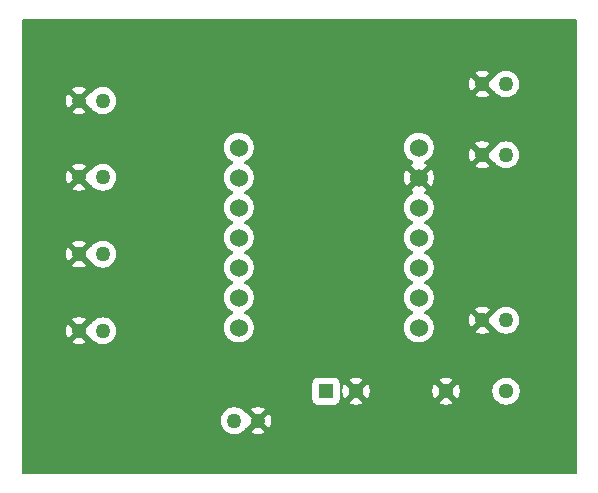
<source format=gbl>
%TF.GenerationSoftware,KiCad,Pcbnew,9.0.0*%
%TF.CreationDate,2025-09-04T17:25:07-04:00*%
%TF.ProjectId,OlfactoryDisplay,4f6c6661-6374-46f7-9279-446973706c61,rev?*%
%TF.SameCoordinates,Original*%
%TF.FileFunction,Copper,L2,Bot*%
%TF.FilePolarity,Positive*%
%FSLAX46Y46*%
G04 Gerber Fmt 4.6, Leading zero omitted, Abs format (unit mm)*
G04 Created by KiCad (PCBNEW 9.0.0) date 2025-09-04 17:25:07*
%MOMM*%
%LPD*%
G01*
G04 APERTURE LIST*
%TA.AperFunction,ComponentPad*%
%ADD10C,1.270000*%
%TD*%
%TA.AperFunction,ComponentPad*%
%ADD11C,1.524000*%
%TD*%
%TA.AperFunction,ComponentPad*%
%ADD12R,1.288000X1.288000*%
%TD*%
%TA.AperFunction,ComponentPad*%
%ADD13C,1.288000*%
%TD*%
G04 APERTURE END LIST*
D10*
%TO.P,J3,1,1*%
%TO.N,Atomizer 3 Out*%
X84850002Y-69901700D03*
%TO.P,J3,2,2*%
%TO.N,GND*%
X82850001Y-69901700D03*
%TD*%
%TO.P,J2,1,1*%
%TO.N,Atomizer 2 Out*%
X84850001Y-63401700D03*
%TO.P,J2,2,2*%
%TO.N,GND*%
X82850000Y-63401700D03*
%TD*%
D11*
%TO.P,U7,1,PA02_A0_D0*%
%TO.N,unconnected-(U7-PA02_A0_D0-Pad1)*%
X96380000Y-60880000D03*
%TO.P,U7,2,PA4_A1_D1*%
%TO.N,Net-(U3-G)*%
X96380000Y-63420000D03*
%TO.P,U7,3,PA10_A2_D2*%
%TO.N,Net-(U4-G)*%
X96380000Y-65960000D03*
%TO.P,U7,4,PA11_A3_D3*%
%TO.N,Net-(U5-G)*%
X96380000Y-68500000D03*
%TO.P,U7,5,PA8_A4_D4_SDA*%
%TO.N,Net-(U6-G)*%
X96380000Y-71040000D03*
%TO.P,U7,6,PA9_A5_D5_SCL*%
%TO.N,unconnected-(U7-PA9_A5_D5_SCL-Pad6)*%
X96380000Y-73580000D03*
%TO.P,U7,7,PB08_A6_D6_TX*%
%TO.N,unconnected-(U7-PB08_A6_D6_TX-Pad7)*%
X96380000Y-76120000D03*
%TO.P,U7,8,PB09_A7_D7_RX*%
%TO.N,unconnected-(U7-PB09_A7_D7_RX-Pad8)*%
X111620000Y-76120000D03*
%TO.P,U7,9,PA7_A8_D8_SCK*%
%TO.N,unconnected-(U7-PA7_A8_D8_SCK-Pad9)*%
X111620000Y-73580000D03*
%TO.P,U7,10,PA5_A9_D9_MISO*%
%TO.N,Net-(U1-G)*%
X111620000Y-71040000D03*
%TO.P,U7,11,PA6_A10_D10_MOSI*%
%TO.N,Net-(U2-G)*%
X111620000Y-68500000D03*
%TO.P,U7,12,3V3*%
%TO.N,unconnected-(U7-3V3-Pad12)*%
X111620000Y-65960000D03*
%TO.P,U7,13,GND*%
%TO.N,GND*%
X111620000Y-63420000D03*
%TO.P,U7,14,5V*%
%TO.N,Battery 2 In*%
X111620000Y-60880000D03*
%TD*%
D10*
%TO.P,J9,1,1*%
%TO.N,5V Fan Out*%
X119000000Y-61500000D03*
%TO.P,J9,2,2*%
%TO.N,GND*%
X116999999Y-61500000D03*
%TD*%
D12*
%TO.P,PS1,1,+VIN*%
%TO.N,Battery 2 In*%
X103760000Y-81500000D03*
D13*
%TO.P,PS1,2,-VIN*%
%TO.N,GND*%
X106300000Y-81500000D03*
%TO.P,PS1,5,-VOUT*%
X113920000Y-81500000D03*
%TO.P,PS1,7,+VOUT*%
%TO.N,Converter Out*%
X119000000Y-81500000D03*
%TD*%
D10*
%TO.P,J6,1,1*%
%TO.N,Battery 2 In*%
X119000000Y-55500000D03*
%TO.P,J6,2,2*%
%TO.N,GND*%
X116999999Y-55500000D03*
%TD*%
%TO.P,J4,1,1*%
%TO.N,Atomizer 4 Out*%
X84850001Y-76401700D03*
%TO.P,J4,2,2*%
%TO.N,GND*%
X82850000Y-76401700D03*
%TD*%
%TO.P,J1,1,1*%
%TO.N,Atomizer 1 Out*%
X84850001Y-56901700D03*
%TO.P,J1,2,2*%
%TO.N,GND*%
X82850000Y-56901700D03*
%TD*%
%TO.P,J7,1,1*%
%TO.N,Battery 1 In*%
X95999999Y-84000000D03*
%TO.P,J7,2,2*%
%TO.N,GND*%
X98000000Y-84000000D03*
%TD*%
%TO.P,J5,1,1*%
%TO.N,12V Fan Out*%
X119000001Y-75499999D03*
%TO.P,J5,2,2*%
%TO.N,GND*%
X117000000Y-75499999D03*
%TD*%
%TA.AperFunction,Conductor*%
%TO.N,GND*%
G36*
X124942539Y-50020185D02*
G01*
X124988294Y-50072989D01*
X124999500Y-50124500D01*
X124999500Y-88375500D01*
X124979815Y-88442539D01*
X124927011Y-88488294D01*
X124875500Y-88499500D01*
X78124500Y-88499500D01*
X78057461Y-88479815D01*
X78011706Y-88427011D01*
X78000500Y-88375500D01*
X78000500Y-83910634D01*
X94864499Y-83910634D01*
X94864499Y-84089365D01*
X94892459Y-84265898D01*
X94892459Y-84265901D01*
X94947688Y-84435878D01*
X94947690Y-84435881D01*
X95028832Y-84595132D01*
X95133888Y-84739728D01*
X95260271Y-84866111D01*
X95404867Y-84971167D01*
X95564118Y-85052309D01*
X95564120Y-85052310D01*
X95722669Y-85103825D01*
X95734102Y-85107540D01*
X95910633Y-85135500D01*
X95910634Y-85135500D01*
X96089364Y-85135500D01*
X96089365Y-85135500D01*
X96265896Y-85107540D01*
X96265899Y-85107539D01*
X96265900Y-85107539D01*
X96435877Y-85052310D01*
X96435877Y-85052309D01*
X96435880Y-85052309D01*
X96595131Y-84971167D01*
X96739727Y-84866111D01*
X96866110Y-84739728D01*
X96928420Y-84653965D01*
X96931898Y-84649952D01*
X96956998Y-84633819D01*
X96980626Y-84615600D01*
X96986749Y-84614697D01*
X96990674Y-84612175D01*
X97003861Y-84612174D01*
X97035344Y-84607533D01*
X97038652Y-84607793D01*
X97619000Y-84027445D01*
X97619000Y-84050160D01*
X97644964Y-84147061D01*
X97695124Y-84233940D01*
X97766060Y-84304876D01*
X97852939Y-84355036D01*
X97949840Y-84381000D01*
X97972554Y-84381000D01*
X97392205Y-84961347D01*
X97392205Y-84961348D01*
X97405129Y-84970738D01*
X97564306Y-85051844D01*
X97734219Y-85107053D01*
X97910669Y-85135000D01*
X98089331Y-85135000D01*
X98265780Y-85107053D01*
X98435693Y-85051844D01*
X98594867Y-84970739D01*
X98594872Y-84970737D01*
X98607794Y-84961347D01*
X98027447Y-84381000D01*
X98050160Y-84381000D01*
X98147061Y-84355036D01*
X98233940Y-84304876D01*
X98304876Y-84233940D01*
X98355036Y-84147061D01*
X98381000Y-84050160D01*
X98381000Y-84027446D01*
X98961347Y-84607794D01*
X98970737Y-84594872D01*
X98970739Y-84594867D01*
X99051844Y-84435693D01*
X99107053Y-84265780D01*
X99135000Y-84089331D01*
X99135000Y-83910668D01*
X99107053Y-83734219D01*
X99051844Y-83564306D01*
X98970738Y-83405129D01*
X98961347Y-83392205D01*
X98381000Y-83972552D01*
X98381000Y-83949840D01*
X98355036Y-83852939D01*
X98304876Y-83766060D01*
X98233940Y-83695124D01*
X98147061Y-83644964D01*
X98050160Y-83619000D01*
X98027447Y-83619000D01*
X98607794Y-83038652D01*
X98607793Y-83038651D01*
X98594869Y-83029260D01*
X98435693Y-82948155D01*
X98265780Y-82892946D01*
X98089331Y-82865000D01*
X97910669Y-82865000D01*
X97734219Y-82892946D01*
X97564306Y-82948155D01*
X97405127Y-83029262D01*
X97392205Y-83038651D01*
X97392204Y-83038651D01*
X97972554Y-83619000D01*
X97949840Y-83619000D01*
X97852939Y-83644964D01*
X97766060Y-83695124D01*
X97695124Y-83766060D01*
X97644964Y-83852939D01*
X97619000Y-83949840D01*
X97619000Y-83972553D01*
X97038651Y-83392204D01*
X97035343Y-83392465D01*
X97030426Y-83391432D01*
X97025608Y-83392847D01*
X96996574Y-83384320D01*
X96966966Y-83378101D01*
X96962077Y-83374190D01*
X96958569Y-83373160D01*
X96946274Y-83361547D01*
X96931897Y-83350046D01*
X96928417Y-83346029D01*
X96866110Y-83260272D01*
X96739727Y-83133889D01*
X96595131Y-83028833D01*
X96435880Y-82947691D01*
X96435877Y-82947689D01*
X96265898Y-82892460D01*
X96148208Y-82873820D01*
X96089365Y-82864500D01*
X95910633Y-82864500D01*
X95851789Y-82873820D01*
X95734100Y-82892460D01*
X95734097Y-82892460D01*
X95564120Y-82947689D01*
X95564117Y-82947691D01*
X95404866Y-83028833D01*
X95260269Y-83133890D01*
X95133889Y-83260270D01*
X95028832Y-83404867D01*
X94947690Y-83564118D01*
X94947688Y-83564121D01*
X94892459Y-83734098D01*
X94892459Y-83734101D01*
X94864499Y-83910634D01*
X78000500Y-83910634D01*
X78000500Y-80808135D01*
X102615500Y-80808135D01*
X102615500Y-82191870D01*
X102615501Y-82191876D01*
X102621908Y-82251483D01*
X102672202Y-82386328D01*
X102672206Y-82386335D01*
X102758452Y-82501544D01*
X102758455Y-82501547D01*
X102873664Y-82587793D01*
X102873671Y-82587797D01*
X103008517Y-82638091D01*
X103008516Y-82638091D01*
X103015444Y-82638835D01*
X103068127Y-82644500D01*
X104451872Y-82644499D01*
X104511483Y-82638091D01*
X104646331Y-82587796D01*
X104761546Y-82501546D01*
X104847796Y-82386331D01*
X104898091Y-82251483D01*
X104904500Y-82191873D01*
X104904499Y-81409966D01*
X105156000Y-81409966D01*
X105156000Y-81590033D01*
X105184170Y-81767888D01*
X105184170Y-81767891D01*
X105239812Y-81939140D01*
X105239813Y-81939143D01*
X105321565Y-82099588D01*
X105332208Y-82114236D01*
X105332209Y-82114237D01*
X105910000Y-81536446D01*
X105910000Y-81551344D01*
X105936578Y-81650534D01*
X105987923Y-81739465D01*
X106060535Y-81812077D01*
X106149466Y-81863422D01*
X106248656Y-81890000D01*
X106263554Y-81890000D01*
X105685762Y-82467790D01*
X105685762Y-82467791D01*
X105700411Y-82478434D01*
X105860856Y-82560186D01*
X105860859Y-82560187D01*
X106032110Y-82615829D01*
X106209966Y-82644000D01*
X106390034Y-82644000D01*
X106567888Y-82615829D01*
X106567891Y-82615829D01*
X106739140Y-82560187D01*
X106739143Y-82560186D01*
X106899586Y-82478435D01*
X106914236Y-82467791D01*
X106914236Y-82467790D01*
X106336447Y-81890000D01*
X106351344Y-81890000D01*
X106450534Y-81863422D01*
X106539465Y-81812077D01*
X106612077Y-81739465D01*
X106663422Y-81650534D01*
X106690000Y-81551344D01*
X106690000Y-81536446D01*
X107267790Y-82114236D01*
X107267791Y-82114236D01*
X107278435Y-82099586D01*
X107360186Y-81939143D01*
X107360187Y-81939140D01*
X107415829Y-81767891D01*
X107415829Y-81767888D01*
X107444000Y-81590033D01*
X107444000Y-81409966D01*
X112776000Y-81409966D01*
X112776000Y-81590033D01*
X112804170Y-81767888D01*
X112804170Y-81767891D01*
X112859812Y-81939140D01*
X112859813Y-81939143D01*
X112941565Y-82099588D01*
X112952208Y-82114236D01*
X112952209Y-82114237D01*
X113530000Y-81536446D01*
X113530000Y-81551344D01*
X113556578Y-81650534D01*
X113607923Y-81739465D01*
X113680535Y-81812077D01*
X113769466Y-81863422D01*
X113868656Y-81890000D01*
X113883554Y-81890000D01*
X113305762Y-82467790D01*
X113305762Y-82467791D01*
X113320411Y-82478434D01*
X113480856Y-82560186D01*
X113480859Y-82560187D01*
X113652110Y-82615829D01*
X113829966Y-82644000D01*
X114010034Y-82644000D01*
X114187888Y-82615829D01*
X114187891Y-82615829D01*
X114359140Y-82560187D01*
X114359143Y-82560186D01*
X114519586Y-82478435D01*
X114534236Y-82467791D01*
X114534236Y-82467790D01*
X113956447Y-81890000D01*
X113971344Y-81890000D01*
X114070534Y-81863422D01*
X114159465Y-81812077D01*
X114232077Y-81739465D01*
X114283422Y-81650534D01*
X114310000Y-81551344D01*
X114310000Y-81536446D01*
X114887790Y-82114236D01*
X114887791Y-82114236D01*
X114898435Y-82099586D01*
X114980186Y-81939143D01*
X114980187Y-81939140D01*
X115035829Y-81767891D01*
X115035829Y-81767888D01*
X115064000Y-81590033D01*
X115064000Y-81409966D01*
X115063993Y-81409920D01*
X117855500Y-81409920D01*
X117855500Y-81590079D01*
X117883680Y-81768004D01*
X117914684Y-81863422D01*
X117939287Y-81939143D01*
X117939351Y-81939338D01*
X118021138Y-82099852D01*
X118127018Y-82245585D01*
X118127022Y-82245590D01*
X118254409Y-82372977D01*
X118254414Y-82372981D01*
X118381530Y-82465335D01*
X118400151Y-82478864D01*
X118560664Y-82560650D01*
X118690763Y-82602921D01*
X118731995Y-82616319D01*
X118909921Y-82644500D01*
X118909926Y-82644500D01*
X119090079Y-82644500D01*
X119268004Y-82616319D01*
X119269512Y-82615829D01*
X119439336Y-82560650D01*
X119599849Y-82478864D01*
X119745592Y-82372976D01*
X119872976Y-82245592D01*
X119978864Y-82099849D01*
X120060650Y-81939336D01*
X120116319Y-81768004D01*
X120120839Y-81739465D01*
X120144500Y-81590079D01*
X120144500Y-81409920D01*
X120116319Y-81231995D01*
X120088522Y-81146446D01*
X120060650Y-81060664D01*
X119978864Y-80900151D01*
X119912011Y-80808135D01*
X119872981Y-80754414D01*
X119872977Y-80754409D01*
X119745590Y-80627022D01*
X119745585Y-80627018D01*
X119599852Y-80521138D01*
X119599851Y-80521137D01*
X119599849Y-80521136D01*
X119439336Y-80439350D01*
X119394902Y-80424912D01*
X119268004Y-80383680D01*
X119090079Y-80355500D01*
X119090074Y-80355500D01*
X118909926Y-80355500D01*
X118909921Y-80355500D01*
X118731995Y-80383680D01*
X118560661Y-80439351D01*
X118400147Y-80521138D01*
X118254414Y-80627018D01*
X118254409Y-80627022D01*
X118127022Y-80754409D01*
X118127018Y-80754414D01*
X118021138Y-80900147D01*
X117939351Y-81060661D01*
X117883680Y-81231995D01*
X117855500Y-81409920D01*
X115063993Y-81409920D01*
X115035829Y-81232111D01*
X115035829Y-81232108D01*
X114980187Y-81060859D01*
X114980186Y-81060856D01*
X114898434Y-80900411D01*
X114887790Y-80885762D01*
X114310000Y-81463552D01*
X114310000Y-81448656D01*
X114283422Y-81349466D01*
X114232077Y-81260535D01*
X114159465Y-81187923D01*
X114070534Y-81136578D01*
X113971344Y-81110000D01*
X113956447Y-81110000D01*
X114534237Y-80532209D01*
X114534236Y-80532208D01*
X114519588Y-80521565D01*
X114359143Y-80439813D01*
X114359140Y-80439812D01*
X114187889Y-80384170D01*
X114010034Y-80356000D01*
X113829966Y-80356000D01*
X113652111Y-80384170D01*
X113652108Y-80384170D01*
X113480859Y-80439812D01*
X113480856Y-80439813D01*
X113320410Y-80521565D01*
X113320408Y-80521566D01*
X113305762Y-80532206D01*
X113305762Y-80532208D01*
X113883554Y-81110000D01*
X113868656Y-81110000D01*
X113769466Y-81136578D01*
X113680535Y-81187923D01*
X113607923Y-81260535D01*
X113556578Y-81349466D01*
X113530000Y-81448656D01*
X113530000Y-81463554D01*
X112952208Y-80885762D01*
X112952206Y-80885762D01*
X112941566Y-80900408D01*
X112941565Y-80900410D01*
X112859813Y-81060856D01*
X112859812Y-81060859D01*
X112804170Y-81232108D01*
X112804170Y-81232111D01*
X112776000Y-81409966D01*
X107444000Y-81409966D01*
X107415829Y-81232111D01*
X107415829Y-81232108D01*
X107360187Y-81060859D01*
X107360186Y-81060856D01*
X107278434Y-80900411D01*
X107267790Y-80885762D01*
X106690000Y-81463552D01*
X106690000Y-81448656D01*
X106663422Y-81349466D01*
X106612077Y-81260535D01*
X106539465Y-81187923D01*
X106450534Y-81136578D01*
X106351344Y-81110000D01*
X106336447Y-81110000D01*
X106914237Y-80532208D01*
X106899588Y-80521565D01*
X106739143Y-80439813D01*
X106739140Y-80439812D01*
X106567889Y-80384170D01*
X106390034Y-80356000D01*
X106209966Y-80356000D01*
X106032111Y-80384170D01*
X106032108Y-80384170D01*
X105860859Y-80439812D01*
X105860856Y-80439813D01*
X105700410Y-80521565D01*
X105700408Y-80521566D01*
X105685762Y-80532206D01*
X105685762Y-80532208D01*
X106263554Y-81110000D01*
X106248656Y-81110000D01*
X106149466Y-81136578D01*
X106060535Y-81187923D01*
X105987923Y-81260535D01*
X105936578Y-81349466D01*
X105910000Y-81448656D01*
X105910000Y-81463554D01*
X105332208Y-80885762D01*
X105332206Y-80885762D01*
X105321566Y-80900408D01*
X105321565Y-80900410D01*
X105239813Y-81060856D01*
X105239812Y-81060859D01*
X105184170Y-81232108D01*
X105184170Y-81232111D01*
X105156000Y-81409966D01*
X104904499Y-81409966D01*
X104904499Y-80808128D01*
X104898091Y-80748517D01*
X104898091Y-80748516D01*
X104851202Y-80622799D01*
X104851201Y-80622798D01*
X104847798Y-80613674D01*
X104847797Y-80613672D01*
X104847796Y-80613669D01*
X104847794Y-80613666D01*
X104847793Y-80613664D01*
X104761547Y-80498455D01*
X104761544Y-80498452D01*
X104646335Y-80412206D01*
X104646328Y-80412202D01*
X104511482Y-80361908D01*
X104511483Y-80361908D01*
X104451883Y-80355501D01*
X104451881Y-80355500D01*
X104451873Y-80355500D01*
X104451864Y-80355500D01*
X103068129Y-80355500D01*
X103068123Y-80355501D01*
X103008516Y-80361908D01*
X102873671Y-80412202D01*
X102873664Y-80412206D01*
X102758455Y-80498452D01*
X102758452Y-80498455D01*
X102672206Y-80613664D01*
X102672202Y-80613671D01*
X102621908Y-80748517D01*
X102615501Y-80808116D01*
X102615501Y-80808123D01*
X102615500Y-80808135D01*
X78000500Y-80808135D01*
X78000500Y-76312368D01*
X81715000Y-76312368D01*
X81715000Y-76491031D01*
X81742946Y-76667480D01*
X81798155Y-76837393D01*
X81879260Y-76996569D01*
X81888651Y-77009493D01*
X81888652Y-77009494D01*
X82469000Y-76429146D01*
X82469000Y-76451860D01*
X82494964Y-76548761D01*
X82545124Y-76635640D01*
X82616060Y-76706576D01*
X82702939Y-76756736D01*
X82799840Y-76782700D01*
X82822554Y-76782700D01*
X82242205Y-77363047D01*
X82242205Y-77363048D01*
X82255129Y-77372438D01*
X82414306Y-77453544D01*
X82584219Y-77508753D01*
X82760669Y-77536700D01*
X82939331Y-77536700D01*
X83115780Y-77508753D01*
X83285693Y-77453544D01*
X83444867Y-77372439D01*
X83444872Y-77372437D01*
X83457794Y-77363047D01*
X82877447Y-76782700D01*
X82900160Y-76782700D01*
X82997061Y-76756736D01*
X83083940Y-76706576D01*
X83154876Y-76635640D01*
X83205036Y-76548761D01*
X83231000Y-76451860D01*
X83231000Y-76429146D01*
X83811347Y-77009493D01*
X83814659Y-77009233D01*
X83883036Y-77023599D01*
X83924702Y-77059965D01*
X83941425Y-77082981D01*
X83983890Y-77141428D01*
X84110273Y-77267811D01*
X84254869Y-77372867D01*
X84414120Y-77454009D01*
X84414122Y-77454010D01*
X84572671Y-77505525D01*
X84584104Y-77509240D01*
X84760635Y-77537200D01*
X84760636Y-77537200D01*
X84939366Y-77537200D01*
X84939367Y-77537200D01*
X85115898Y-77509240D01*
X85115901Y-77509239D01*
X85115902Y-77509239D01*
X85285879Y-77454010D01*
X85285879Y-77454009D01*
X85285882Y-77454009D01*
X85445133Y-77372867D01*
X85589729Y-77267811D01*
X85716112Y-77141428D01*
X85821168Y-76996832D01*
X85902310Y-76837581D01*
X85957541Y-76667597D01*
X85985501Y-76491066D01*
X85985501Y-76312334D01*
X85957541Y-76135803D01*
X85957540Y-76135799D01*
X85957540Y-76135798D01*
X85902311Y-75965821D01*
X85902309Y-75965818D01*
X85887054Y-75935877D01*
X85821168Y-75806568D01*
X85716112Y-75661972D01*
X85589729Y-75535589D01*
X85445133Y-75430533D01*
X85285882Y-75349391D01*
X85285879Y-75349389D01*
X85115900Y-75294160D01*
X84998210Y-75275520D01*
X84939367Y-75266200D01*
X84760635Y-75266200D01*
X84701791Y-75275520D01*
X84584102Y-75294160D01*
X84584099Y-75294160D01*
X84414122Y-75349389D01*
X84414119Y-75349391D01*
X84254868Y-75430533D01*
X84110271Y-75535590D01*
X83983892Y-75661969D01*
X83983885Y-75661978D01*
X83924703Y-75743434D01*
X83869373Y-75786100D01*
X83814658Y-75794166D01*
X83811347Y-75793905D01*
X83231000Y-76374252D01*
X83231000Y-76351540D01*
X83205036Y-76254639D01*
X83154876Y-76167760D01*
X83083940Y-76096824D01*
X82997061Y-76046664D01*
X82900160Y-76020700D01*
X82877447Y-76020700D01*
X83457794Y-75440352D01*
X83457793Y-75440351D01*
X83444869Y-75430960D01*
X83285693Y-75349855D01*
X83115780Y-75294646D01*
X82939331Y-75266700D01*
X82760669Y-75266700D01*
X82584219Y-75294646D01*
X82414306Y-75349855D01*
X82255127Y-75430962D01*
X82242205Y-75440351D01*
X82242204Y-75440351D01*
X82822554Y-76020700D01*
X82799840Y-76020700D01*
X82702939Y-76046664D01*
X82616060Y-76096824D01*
X82545124Y-76167760D01*
X82494964Y-76254639D01*
X82469000Y-76351540D01*
X82469000Y-76374253D01*
X81888651Y-75793904D01*
X81888651Y-75793905D01*
X81879262Y-75806827D01*
X81798155Y-75966006D01*
X81742946Y-76135919D01*
X81715000Y-76312368D01*
X78000500Y-76312368D01*
X78000500Y-69812368D01*
X81715001Y-69812368D01*
X81715001Y-69991031D01*
X81742947Y-70167480D01*
X81798156Y-70337393D01*
X81879261Y-70496569D01*
X81888652Y-70509493D01*
X81888653Y-70509494D01*
X82469001Y-69929146D01*
X82469001Y-69951860D01*
X82494965Y-70048761D01*
X82545125Y-70135640D01*
X82616061Y-70206576D01*
X82702940Y-70256736D01*
X82799841Y-70282700D01*
X82822555Y-70282700D01*
X82242206Y-70863047D01*
X82242206Y-70863048D01*
X82255130Y-70872438D01*
X82414307Y-70953544D01*
X82584220Y-71008753D01*
X82760670Y-71036700D01*
X82939332Y-71036700D01*
X83115781Y-71008753D01*
X83285694Y-70953544D01*
X83444868Y-70872439D01*
X83444873Y-70872437D01*
X83457795Y-70863047D01*
X82877448Y-70282700D01*
X82900161Y-70282700D01*
X82997062Y-70256736D01*
X83083941Y-70206576D01*
X83154877Y-70135640D01*
X83205037Y-70048761D01*
X83231001Y-69951860D01*
X83231001Y-69929146D01*
X83811348Y-70509493D01*
X83814660Y-70509233D01*
X83883037Y-70523599D01*
X83924703Y-70559965D01*
X83979883Y-70635912D01*
X83983891Y-70641428D01*
X84110274Y-70767811D01*
X84254870Y-70872867D01*
X84414121Y-70954009D01*
X84414123Y-70954010D01*
X84572672Y-71005525D01*
X84584105Y-71009240D01*
X84760636Y-71037200D01*
X84760637Y-71037200D01*
X84939367Y-71037200D01*
X84939368Y-71037200D01*
X85115899Y-71009240D01*
X85115902Y-71009239D01*
X85115903Y-71009239D01*
X85285880Y-70954010D01*
X85285880Y-70954009D01*
X85285883Y-70954009D01*
X85445134Y-70872867D01*
X85589730Y-70767811D01*
X85716113Y-70641428D01*
X85821169Y-70496832D01*
X85902311Y-70337581D01*
X85957542Y-70167597D01*
X85985502Y-69991066D01*
X85985502Y-69812334D01*
X85957542Y-69635803D01*
X85957541Y-69635799D01*
X85957541Y-69635798D01*
X85902312Y-69465821D01*
X85902310Y-69465818D01*
X85900865Y-69462981D01*
X85821169Y-69306568D01*
X85716113Y-69161972D01*
X85589730Y-69035589D01*
X85445134Y-68930533D01*
X85285883Y-68849391D01*
X85285880Y-68849389D01*
X85115901Y-68794160D01*
X84998211Y-68775520D01*
X84939368Y-68766200D01*
X84760636Y-68766200D01*
X84701792Y-68775520D01*
X84584103Y-68794160D01*
X84584100Y-68794160D01*
X84414123Y-68849389D01*
X84414120Y-68849391D01*
X84254869Y-68930533D01*
X84110272Y-69035590D01*
X83983893Y-69161969D01*
X83983886Y-69161978D01*
X83924704Y-69243434D01*
X83869374Y-69286100D01*
X83814659Y-69294166D01*
X83811348Y-69293905D01*
X83231001Y-69874252D01*
X83231001Y-69851540D01*
X83205037Y-69754639D01*
X83154877Y-69667760D01*
X83083941Y-69596824D01*
X82997062Y-69546664D01*
X82900161Y-69520700D01*
X82877448Y-69520700D01*
X83457795Y-68940352D01*
X83457794Y-68940351D01*
X83444870Y-68930960D01*
X83285694Y-68849855D01*
X83115781Y-68794646D01*
X82939332Y-68766700D01*
X82760670Y-68766700D01*
X82584220Y-68794646D01*
X82414307Y-68849855D01*
X82255128Y-68930962D01*
X82242206Y-68940351D01*
X82242205Y-68940351D01*
X82822555Y-69520700D01*
X82799841Y-69520700D01*
X82702940Y-69546664D01*
X82616061Y-69596824D01*
X82545125Y-69667760D01*
X82494965Y-69754639D01*
X82469001Y-69851540D01*
X82469001Y-69874253D01*
X81888652Y-69293904D01*
X81888652Y-69293905D01*
X81879263Y-69306827D01*
X81798156Y-69466006D01*
X81742947Y-69635919D01*
X81715001Y-69812368D01*
X78000500Y-69812368D01*
X78000500Y-63312368D01*
X81715000Y-63312368D01*
X81715000Y-63491031D01*
X81742946Y-63667480D01*
X81798155Y-63837393D01*
X81879260Y-63996569D01*
X81888651Y-64009493D01*
X81888652Y-64009494D01*
X82469000Y-63429146D01*
X82469000Y-63451860D01*
X82494964Y-63548761D01*
X82545124Y-63635640D01*
X82616060Y-63706576D01*
X82702939Y-63756736D01*
X82799840Y-63782700D01*
X82822554Y-63782700D01*
X82242205Y-64363047D01*
X82242205Y-64363048D01*
X82255129Y-64372438D01*
X82414306Y-64453544D01*
X82584219Y-64508753D01*
X82760669Y-64536700D01*
X82939331Y-64536700D01*
X83115780Y-64508753D01*
X83285693Y-64453544D01*
X83444867Y-64372439D01*
X83444872Y-64372437D01*
X83457794Y-64363047D01*
X82877447Y-63782700D01*
X82900160Y-63782700D01*
X82997061Y-63756736D01*
X83083940Y-63706576D01*
X83154876Y-63635640D01*
X83205036Y-63548761D01*
X83231000Y-63451860D01*
X83231000Y-63429146D01*
X83811347Y-64009493D01*
X83814659Y-64009233D01*
X83883036Y-64023599D01*
X83924702Y-64059965D01*
X83979882Y-64135912D01*
X83983890Y-64141428D01*
X84110273Y-64267811D01*
X84254869Y-64372867D01*
X84414120Y-64454009D01*
X84414122Y-64454010D01*
X84572671Y-64505525D01*
X84584104Y-64509240D01*
X84760635Y-64537200D01*
X84760636Y-64537200D01*
X84939366Y-64537200D01*
X84939367Y-64537200D01*
X85115898Y-64509240D01*
X85115901Y-64509239D01*
X85115902Y-64509239D01*
X85285879Y-64454010D01*
X85285879Y-64454009D01*
X85285882Y-64454009D01*
X85445133Y-64372867D01*
X85589729Y-64267811D01*
X85716112Y-64141428D01*
X85821168Y-63996832D01*
X85902310Y-63837581D01*
X85957541Y-63667597D01*
X85985501Y-63491066D01*
X85985501Y-63312334D01*
X85957541Y-63135803D01*
X85957540Y-63135799D01*
X85957540Y-63135798D01*
X85902311Y-62965821D01*
X85902309Y-62965818D01*
X85886796Y-62935370D01*
X85821168Y-62806568D01*
X85716112Y-62661972D01*
X85589729Y-62535589D01*
X85445133Y-62430533D01*
X85285882Y-62349391D01*
X85285879Y-62349389D01*
X85115900Y-62294160D01*
X84998210Y-62275520D01*
X84939367Y-62266200D01*
X84760635Y-62266200D01*
X84701791Y-62275520D01*
X84584102Y-62294160D01*
X84584099Y-62294160D01*
X84414122Y-62349389D01*
X84414119Y-62349391D01*
X84254868Y-62430533D01*
X84110271Y-62535590D01*
X83983892Y-62661969D01*
X83983885Y-62661978D01*
X83924703Y-62743434D01*
X83869373Y-62786100D01*
X83814658Y-62794166D01*
X83811347Y-62793905D01*
X83231000Y-63374252D01*
X83231000Y-63351540D01*
X83205036Y-63254639D01*
X83154876Y-63167760D01*
X83083940Y-63096824D01*
X82997061Y-63046664D01*
X82900160Y-63020700D01*
X82877447Y-63020700D01*
X83457794Y-62440352D01*
X83457793Y-62440351D01*
X83444869Y-62430960D01*
X83285693Y-62349855D01*
X83115780Y-62294646D01*
X82939331Y-62266700D01*
X82760669Y-62266700D01*
X82584219Y-62294646D01*
X82414306Y-62349855D01*
X82255127Y-62430962D01*
X82242205Y-62440351D01*
X82242204Y-62440351D01*
X82822554Y-63020700D01*
X82799840Y-63020700D01*
X82702939Y-63046664D01*
X82616060Y-63096824D01*
X82545124Y-63167760D01*
X82494964Y-63254639D01*
X82469000Y-63351540D01*
X82469000Y-63374253D01*
X81888651Y-62793904D01*
X81888651Y-62793905D01*
X81879262Y-62806827D01*
X81798155Y-62966006D01*
X81742946Y-63135919D01*
X81715000Y-63312368D01*
X78000500Y-63312368D01*
X78000500Y-60780639D01*
X95117500Y-60780639D01*
X95117500Y-60979360D01*
X95148587Y-61175637D01*
X95209993Y-61364629D01*
X95209994Y-61364632D01*
X95278968Y-61499999D01*
X95300213Y-61541694D01*
X95417019Y-61702464D01*
X95557536Y-61842981D01*
X95718306Y-61959787D01*
X95836832Y-62020179D01*
X95874780Y-62039515D01*
X95925576Y-62087490D01*
X95942371Y-62155311D01*
X95919833Y-62221446D01*
X95874780Y-62260485D01*
X95718305Y-62340213D01*
X95557533Y-62457021D01*
X95417021Y-62597533D01*
X95300213Y-62758305D01*
X95209994Y-62935367D01*
X95209993Y-62935370D01*
X95148587Y-63124362D01*
X95117500Y-63320639D01*
X95117500Y-63519360D01*
X95148587Y-63715637D01*
X95209993Y-63904629D01*
X95209994Y-63904632D01*
X95263425Y-64009494D01*
X95300213Y-64081694D01*
X95417019Y-64242464D01*
X95557536Y-64382981D01*
X95718306Y-64499787D01*
X95790752Y-64536700D01*
X95874780Y-64579515D01*
X95925576Y-64627490D01*
X95942371Y-64695311D01*
X95919833Y-64761446D01*
X95874780Y-64800485D01*
X95718305Y-64880213D01*
X95557533Y-64997021D01*
X95417021Y-65137533D01*
X95300213Y-65298305D01*
X95209994Y-65475367D01*
X95209993Y-65475370D01*
X95148587Y-65664362D01*
X95117500Y-65860639D01*
X95117500Y-66059360D01*
X95148587Y-66255637D01*
X95209993Y-66444629D01*
X95209994Y-66444632D01*
X95300213Y-66621694D01*
X95417019Y-66782464D01*
X95557536Y-66922981D01*
X95718306Y-67039787D01*
X95836832Y-67100179D01*
X95874780Y-67119515D01*
X95925576Y-67167490D01*
X95942371Y-67235311D01*
X95919833Y-67301446D01*
X95874780Y-67340485D01*
X95718305Y-67420213D01*
X95557533Y-67537021D01*
X95417021Y-67677533D01*
X95300213Y-67838305D01*
X95209994Y-68015367D01*
X95209993Y-68015370D01*
X95148587Y-68204362D01*
X95117500Y-68400639D01*
X95117500Y-68599360D01*
X95148587Y-68795637D01*
X95209993Y-68984629D01*
X95209994Y-68984632D01*
X95300213Y-69161694D01*
X95417019Y-69322464D01*
X95557536Y-69462981D01*
X95718306Y-69579787D01*
X95828233Y-69635798D01*
X95874780Y-69659515D01*
X95925576Y-69707490D01*
X95942371Y-69775311D01*
X95919833Y-69841446D01*
X95874780Y-69880485D01*
X95718305Y-69960213D01*
X95557533Y-70077021D01*
X95417021Y-70217533D01*
X95300213Y-70378305D01*
X95209994Y-70555367D01*
X95209993Y-70555370D01*
X95148587Y-70744362D01*
X95117500Y-70940639D01*
X95117500Y-71139360D01*
X95148587Y-71335637D01*
X95209993Y-71524629D01*
X95209994Y-71524632D01*
X95300213Y-71701694D01*
X95417019Y-71862464D01*
X95557536Y-72002981D01*
X95718306Y-72119787D01*
X95836832Y-72180179D01*
X95874780Y-72199515D01*
X95925576Y-72247490D01*
X95942371Y-72315311D01*
X95919833Y-72381446D01*
X95874780Y-72420485D01*
X95718305Y-72500213D01*
X95557533Y-72617021D01*
X95417021Y-72757533D01*
X95300213Y-72918305D01*
X95209994Y-73095367D01*
X95209993Y-73095370D01*
X95148587Y-73284362D01*
X95117500Y-73480639D01*
X95117500Y-73679360D01*
X95148587Y-73875637D01*
X95209993Y-74064629D01*
X95209994Y-74064632D01*
X95300213Y-74241694D01*
X95417019Y-74402464D01*
X95557536Y-74542981D01*
X95718306Y-74659787D01*
X95836832Y-74720179D01*
X95874780Y-74739515D01*
X95925576Y-74787490D01*
X95942371Y-74855311D01*
X95919833Y-74921446D01*
X95874780Y-74960485D01*
X95718305Y-75040213D01*
X95557533Y-75157021D01*
X95417021Y-75297533D01*
X95300213Y-75458305D01*
X95209994Y-75635367D01*
X95209993Y-75635370D01*
X95148587Y-75824362D01*
X95117500Y-76020639D01*
X95117500Y-76219360D01*
X95148587Y-76415637D01*
X95209993Y-76604629D01*
X95209994Y-76604632D01*
X95242079Y-76667601D01*
X95300213Y-76781694D01*
X95417019Y-76942464D01*
X95557536Y-77082981D01*
X95718306Y-77199787D01*
X95805149Y-77244035D01*
X95895367Y-77290005D01*
X95895370Y-77290006D01*
X95989866Y-77320709D01*
X96084364Y-77351413D01*
X96280639Y-77382500D01*
X96280640Y-77382500D01*
X96479360Y-77382500D01*
X96479361Y-77382500D01*
X96675636Y-77351413D01*
X96864632Y-77290005D01*
X97041694Y-77199787D01*
X97202464Y-77082981D01*
X97342981Y-76942464D01*
X97459787Y-76781694D01*
X97550005Y-76604632D01*
X97611413Y-76415636D01*
X97642500Y-76219361D01*
X97642500Y-76020639D01*
X97611413Y-75824364D01*
X97558649Y-75661972D01*
X97550006Y-75635370D01*
X97550005Y-75635367D01*
X97499165Y-75535589D01*
X97459787Y-75458306D01*
X97342981Y-75297536D01*
X97202464Y-75157019D01*
X97041694Y-75040213D01*
X96885218Y-74960484D01*
X96834423Y-74912510D01*
X96817628Y-74844689D01*
X96840165Y-74778554D01*
X96885218Y-74739515D01*
X97041694Y-74659787D01*
X97202464Y-74542981D01*
X97342981Y-74402464D01*
X97459787Y-74241694D01*
X97550005Y-74064632D01*
X97611413Y-73875636D01*
X97642500Y-73679361D01*
X97642500Y-73480639D01*
X97611413Y-73284364D01*
X97550005Y-73095368D01*
X97550005Y-73095367D01*
X97459786Y-72918305D01*
X97342981Y-72757536D01*
X97202464Y-72617019D01*
X97041694Y-72500213D01*
X96885218Y-72420484D01*
X96834423Y-72372510D01*
X96817628Y-72304689D01*
X96840165Y-72238554D01*
X96885218Y-72199515D01*
X97041694Y-72119787D01*
X97202464Y-72002981D01*
X97342981Y-71862464D01*
X97459787Y-71701694D01*
X97550005Y-71524632D01*
X97611413Y-71335636D01*
X97642500Y-71139361D01*
X97642500Y-70940639D01*
X97611413Y-70744364D01*
X97550005Y-70555368D01*
X97550005Y-70555367D01*
X97459786Y-70378305D01*
X97342981Y-70217536D01*
X97202464Y-70077019D01*
X97041694Y-69960213D01*
X96885218Y-69880484D01*
X96834423Y-69832510D01*
X96817628Y-69764689D01*
X96840165Y-69698554D01*
X96885218Y-69659515D01*
X97041694Y-69579787D01*
X97202464Y-69462981D01*
X97342981Y-69322464D01*
X97459787Y-69161694D01*
X97550005Y-68984632D01*
X97611413Y-68795636D01*
X97642500Y-68599361D01*
X97642500Y-68400639D01*
X97611413Y-68204364D01*
X97550005Y-68015368D01*
X97550005Y-68015367D01*
X97459786Y-67838305D01*
X97342981Y-67677536D01*
X97202464Y-67537019D01*
X97041694Y-67420213D01*
X96885218Y-67340484D01*
X96834423Y-67292510D01*
X96817628Y-67224689D01*
X96840165Y-67158554D01*
X96885218Y-67119515D01*
X97041694Y-67039787D01*
X97202464Y-66922981D01*
X97342981Y-66782464D01*
X97459787Y-66621694D01*
X97550005Y-66444632D01*
X97611413Y-66255636D01*
X97642500Y-66059361D01*
X97642500Y-65860639D01*
X97611413Y-65664364D01*
X97550005Y-65475368D01*
X97550005Y-65475367D01*
X97459786Y-65298305D01*
X97342981Y-65137536D01*
X97202464Y-64997019D01*
X97041694Y-64880213D01*
X96885218Y-64800484D01*
X96834423Y-64752510D01*
X96817628Y-64684689D01*
X96840165Y-64618554D01*
X96885218Y-64579515D01*
X97041694Y-64499787D01*
X97202464Y-64382981D01*
X97342981Y-64242464D01*
X97459787Y-64081694D01*
X97550005Y-63904632D01*
X97611413Y-63715636D01*
X97642500Y-63519361D01*
X97642500Y-63320639D01*
X97611413Y-63124364D01*
X97550005Y-62935368D01*
X97550005Y-62935367D01*
X97484377Y-62806567D01*
X97459787Y-62758306D01*
X97342981Y-62597536D01*
X97202464Y-62457019D01*
X97041694Y-62340213D01*
X96885218Y-62260484D01*
X96834423Y-62212510D01*
X96817628Y-62144689D01*
X96840165Y-62078554D01*
X96885218Y-62039515D01*
X97041694Y-61959787D01*
X97202464Y-61842981D01*
X97342981Y-61702464D01*
X97459787Y-61541694D01*
X97550005Y-61364632D01*
X97611413Y-61175636D01*
X97642500Y-60979361D01*
X97642500Y-60780639D01*
X110357500Y-60780639D01*
X110357500Y-60979360D01*
X110388587Y-61175637D01*
X110449993Y-61364629D01*
X110449994Y-61364632D01*
X110518968Y-61499999D01*
X110540213Y-61541694D01*
X110657019Y-61702464D01*
X110797536Y-61842981D01*
X110958306Y-61959787D01*
X111115332Y-62039796D01*
X111166127Y-62087769D01*
X111182922Y-62155590D01*
X111160385Y-62221725D01*
X111115332Y-62260764D01*
X110958566Y-62340641D01*
X110921283Y-62367729D01*
X110921282Y-62367730D01*
X111535906Y-62982352D01*
X111448429Y-63005792D01*
X111347070Y-63064311D01*
X111264311Y-63147070D01*
X111205792Y-63248429D01*
X111182352Y-63335905D01*
X110567730Y-62721282D01*
X110567729Y-62721283D01*
X110540643Y-62758564D01*
X110450457Y-62935562D01*
X110389075Y-63124476D01*
X110389075Y-63124479D01*
X110358000Y-63320678D01*
X110358000Y-63519321D01*
X110389075Y-63715520D01*
X110389075Y-63715523D01*
X110450457Y-63904437D01*
X110540641Y-64081432D01*
X110567730Y-64118715D01*
X110567731Y-64118716D01*
X111182352Y-63504094D01*
X111205792Y-63591571D01*
X111264311Y-63692930D01*
X111347070Y-63775689D01*
X111448429Y-63834208D01*
X111535905Y-63857647D01*
X110921283Y-64472268D01*
X110921283Y-64472269D01*
X110958567Y-64499358D01*
X111115331Y-64579234D01*
X111166127Y-64627209D01*
X111182922Y-64695030D01*
X111160384Y-64761165D01*
X111115331Y-64800204D01*
X110958305Y-64880213D01*
X110797533Y-64997021D01*
X110657021Y-65137533D01*
X110540213Y-65298305D01*
X110449994Y-65475367D01*
X110449993Y-65475370D01*
X110388587Y-65664362D01*
X110357500Y-65860639D01*
X110357500Y-66059360D01*
X110388587Y-66255637D01*
X110449993Y-66444629D01*
X110449994Y-66444632D01*
X110540213Y-66621694D01*
X110657019Y-66782464D01*
X110797536Y-66922981D01*
X110958306Y-67039787D01*
X111076832Y-67100179D01*
X111114780Y-67119515D01*
X111165576Y-67167490D01*
X111182371Y-67235311D01*
X111159833Y-67301446D01*
X111114780Y-67340485D01*
X110958305Y-67420213D01*
X110797533Y-67537021D01*
X110657021Y-67677533D01*
X110540213Y-67838305D01*
X110449994Y-68015367D01*
X110449993Y-68015370D01*
X110388587Y-68204362D01*
X110357500Y-68400639D01*
X110357500Y-68599360D01*
X110388587Y-68795637D01*
X110449993Y-68984629D01*
X110449994Y-68984632D01*
X110540213Y-69161694D01*
X110657019Y-69322464D01*
X110797536Y-69462981D01*
X110958306Y-69579787D01*
X111068233Y-69635798D01*
X111114780Y-69659515D01*
X111165576Y-69707490D01*
X111182371Y-69775311D01*
X111159833Y-69841446D01*
X111114780Y-69880485D01*
X110958305Y-69960213D01*
X110797533Y-70077021D01*
X110657021Y-70217533D01*
X110540213Y-70378305D01*
X110449994Y-70555367D01*
X110449993Y-70555370D01*
X110388587Y-70744362D01*
X110357500Y-70940639D01*
X110357500Y-71139360D01*
X110388587Y-71335637D01*
X110449993Y-71524629D01*
X110449994Y-71524632D01*
X110540213Y-71701694D01*
X110657019Y-71862464D01*
X110797536Y-72002981D01*
X110958306Y-72119787D01*
X111076832Y-72180179D01*
X111114780Y-72199515D01*
X111165576Y-72247490D01*
X111182371Y-72315311D01*
X111159833Y-72381446D01*
X111114780Y-72420485D01*
X110958305Y-72500213D01*
X110797533Y-72617021D01*
X110657021Y-72757533D01*
X110540213Y-72918305D01*
X110449994Y-73095367D01*
X110449993Y-73095370D01*
X110388587Y-73284362D01*
X110357500Y-73480639D01*
X110357500Y-73679360D01*
X110388587Y-73875637D01*
X110449993Y-74064629D01*
X110449994Y-74064632D01*
X110540213Y-74241694D01*
X110657019Y-74402464D01*
X110797536Y-74542981D01*
X110958306Y-74659787D01*
X111076832Y-74720179D01*
X111114780Y-74739515D01*
X111165576Y-74787490D01*
X111182371Y-74855311D01*
X111159833Y-74921446D01*
X111114780Y-74960485D01*
X110958305Y-75040213D01*
X110797533Y-75157021D01*
X110657021Y-75297533D01*
X110540213Y-75458305D01*
X110449994Y-75635367D01*
X110449993Y-75635370D01*
X110388587Y-75824362D01*
X110357500Y-76020639D01*
X110357500Y-76219360D01*
X110388587Y-76415637D01*
X110449993Y-76604629D01*
X110449994Y-76604632D01*
X110482079Y-76667601D01*
X110540213Y-76781694D01*
X110657019Y-76942464D01*
X110797536Y-77082981D01*
X110958306Y-77199787D01*
X111045149Y-77244035D01*
X111135367Y-77290005D01*
X111135370Y-77290006D01*
X111229866Y-77320709D01*
X111324364Y-77351413D01*
X111520639Y-77382500D01*
X111520640Y-77382500D01*
X111719360Y-77382500D01*
X111719361Y-77382500D01*
X111915636Y-77351413D01*
X112104632Y-77290005D01*
X112281694Y-77199787D01*
X112442464Y-77082981D01*
X112582981Y-76942464D01*
X112699787Y-76781694D01*
X112790005Y-76604632D01*
X112851413Y-76415636D01*
X112882500Y-76219361D01*
X112882500Y-76020639D01*
X112851413Y-75824364D01*
X112798649Y-75661972D01*
X112790006Y-75635370D01*
X112790005Y-75635367D01*
X112701718Y-75462096D01*
X112699786Y-75458305D01*
X112693635Y-75449839D01*
X112665175Y-75410667D01*
X115865000Y-75410667D01*
X115865000Y-75589330D01*
X115892946Y-75765779D01*
X115948155Y-75935692D01*
X116029260Y-76094868D01*
X116038651Y-76107792D01*
X116038652Y-76107793D01*
X116619000Y-75527445D01*
X116619000Y-75550159D01*
X116644964Y-75647060D01*
X116695124Y-75733939D01*
X116766060Y-75804875D01*
X116852939Y-75855035D01*
X116949840Y-75880999D01*
X116972554Y-75880999D01*
X116392205Y-76461346D01*
X116392205Y-76461347D01*
X116405129Y-76470737D01*
X116564306Y-76551843D01*
X116734219Y-76607052D01*
X116910669Y-76634999D01*
X117089331Y-76634999D01*
X117265780Y-76607052D01*
X117435693Y-76551843D01*
X117594867Y-76470738D01*
X117594872Y-76470736D01*
X117607794Y-76461346D01*
X117027447Y-75880999D01*
X117050160Y-75880999D01*
X117147061Y-75855035D01*
X117233940Y-75804875D01*
X117304876Y-75733939D01*
X117355036Y-75647060D01*
X117381000Y-75550159D01*
X117381000Y-75527445D01*
X117961347Y-76107792D01*
X117964659Y-76107532D01*
X118033036Y-76121898D01*
X118074702Y-76158264D01*
X118119092Y-76219360D01*
X118133890Y-76239727D01*
X118260273Y-76366110D01*
X118404869Y-76471166D01*
X118564120Y-76552308D01*
X118564122Y-76552309D01*
X118722671Y-76603824D01*
X118734104Y-76607539D01*
X118910635Y-76635499D01*
X118910636Y-76635499D01*
X119089366Y-76635499D01*
X119089367Y-76635499D01*
X119265898Y-76607539D01*
X119265901Y-76607538D01*
X119265902Y-76607538D01*
X119435879Y-76552309D01*
X119435879Y-76552308D01*
X119435882Y-76552308D01*
X119595133Y-76471166D01*
X119739729Y-76366110D01*
X119866112Y-76239727D01*
X119971168Y-76095131D01*
X120052310Y-75935880D01*
X120088544Y-75824364D01*
X120107540Y-75765900D01*
X120107540Y-75765899D01*
X120107541Y-75765896D01*
X120135501Y-75589365D01*
X120135501Y-75410633D01*
X120107541Y-75234102D01*
X120107540Y-75234098D01*
X120107540Y-75234097D01*
X120052311Y-75064120D01*
X120052309Y-75064117D01*
X120040130Y-75040213D01*
X119971168Y-74904867D01*
X119866112Y-74760271D01*
X119739729Y-74633888D01*
X119595133Y-74528832D01*
X119435882Y-74447690D01*
X119435879Y-74447688D01*
X119265900Y-74392459D01*
X119148210Y-74373819D01*
X119089367Y-74364499D01*
X118910635Y-74364499D01*
X118851791Y-74373819D01*
X118734102Y-74392459D01*
X118734099Y-74392459D01*
X118564122Y-74447688D01*
X118564119Y-74447690D01*
X118404868Y-74528832D01*
X118260271Y-74633889D01*
X118133892Y-74760268D01*
X118133885Y-74760277D01*
X118074703Y-74841733D01*
X118019373Y-74884399D01*
X117964658Y-74892465D01*
X117961347Y-74892204D01*
X117381000Y-75472551D01*
X117381000Y-75449839D01*
X117355036Y-75352938D01*
X117304876Y-75266059D01*
X117233940Y-75195123D01*
X117147061Y-75144963D01*
X117050160Y-75118999D01*
X117027447Y-75118999D01*
X117607794Y-74538651D01*
X117607793Y-74538650D01*
X117594869Y-74529259D01*
X117435693Y-74448154D01*
X117265780Y-74392945D01*
X117089331Y-74364999D01*
X116910669Y-74364999D01*
X116734219Y-74392945D01*
X116564306Y-74448154D01*
X116405127Y-74529261D01*
X116392205Y-74538650D01*
X116392204Y-74538650D01*
X116972554Y-75118999D01*
X116949840Y-75118999D01*
X116852939Y-75144963D01*
X116766060Y-75195123D01*
X116695124Y-75266059D01*
X116644964Y-75352938D01*
X116619000Y-75449839D01*
X116619000Y-75472552D01*
X116038651Y-74892203D01*
X116038651Y-74892204D01*
X116029262Y-74905126D01*
X115948155Y-75064305D01*
X115892946Y-75234218D01*
X115865000Y-75410667D01*
X112665175Y-75410667D01*
X112582981Y-75297536D01*
X112442464Y-75157019D01*
X112281694Y-75040213D01*
X112125218Y-74960484D01*
X112074423Y-74912510D01*
X112057628Y-74844689D01*
X112080165Y-74778554D01*
X112125218Y-74739515D01*
X112281694Y-74659787D01*
X112442464Y-74542981D01*
X112582981Y-74402464D01*
X112699787Y-74241694D01*
X112790005Y-74064632D01*
X112851413Y-73875636D01*
X112882500Y-73679361D01*
X112882500Y-73480639D01*
X112851413Y-73284364D01*
X112790005Y-73095368D01*
X112790005Y-73095367D01*
X112699786Y-72918305D01*
X112582981Y-72757536D01*
X112442464Y-72617019D01*
X112281694Y-72500213D01*
X112125218Y-72420484D01*
X112074423Y-72372510D01*
X112057628Y-72304689D01*
X112080165Y-72238554D01*
X112125218Y-72199515D01*
X112281694Y-72119787D01*
X112442464Y-72002981D01*
X112582981Y-71862464D01*
X112699787Y-71701694D01*
X112790005Y-71524632D01*
X112851413Y-71335636D01*
X112882500Y-71139361D01*
X112882500Y-70940639D01*
X112851413Y-70744364D01*
X112790005Y-70555368D01*
X112790005Y-70555367D01*
X112699786Y-70378305D01*
X112582981Y-70217536D01*
X112442464Y-70077019D01*
X112281694Y-69960213D01*
X112125218Y-69880484D01*
X112074423Y-69832510D01*
X112057628Y-69764689D01*
X112080165Y-69698554D01*
X112125218Y-69659515D01*
X112281694Y-69579787D01*
X112442464Y-69462981D01*
X112582981Y-69322464D01*
X112699787Y-69161694D01*
X112790005Y-68984632D01*
X112851413Y-68795636D01*
X112882500Y-68599361D01*
X112882500Y-68400639D01*
X112851413Y-68204364D01*
X112790005Y-68015368D01*
X112790005Y-68015367D01*
X112699786Y-67838305D01*
X112582981Y-67677536D01*
X112442464Y-67537019D01*
X112281694Y-67420213D01*
X112125218Y-67340484D01*
X112074423Y-67292510D01*
X112057628Y-67224689D01*
X112080165Y-67158554D01*
X112125218Y-67119515D01*
X112281694Y-67039787D01*
X112442464Y-66922981D01*
X112582981Y-66782464D01*
X112699787Y-66621694D01*
X112790005Y-66444632D01*
X112851413Y-66255636D01*
X112882500Y-66059361D01*
X112882500Y-65860639D01*
X112851413Y-65664364D01*
X112790005Y-65475368D01*
X112790005Y-65475367D01*
X112699786Y-65298305D01*
X112582981Y-65137536D01*
X112442464Y-64997019D01*
X112281694Y-64880213D01*
X112124667Y-64800203D01*
X112073872Y-64752229D01*
X112057077Y-64684408D01*
X112079614Y-64618273D01*
X112124669Y-64579234D01*
X112281422Y-64499364D01*
X112318716Y-64472268D01*
X111704095Y-63857647D01*
X111791571Y-63834208D01*
X111892930Y-63775689D01*
X111975689Y-63692930D01*
X112034208Y-63591571D01*
X112057647Y-63504094D01*
X112672268Y-64118715D01*
X112699362Y-64081425D01*
X112789542Y-63904437D01*
X112850924Y-63715523D01*
X112850924Y-63715520D01*
X112882000Y-63519321D01*
X112882000Y-63320678D01*
X112850924Y-63124479D01*
X112850924Y-63124476D01*
X112789542Y-62935562D01*
X112699358Y-62758567D01*
X112672268Y-62721283D01*
X112057647Y-63335904D01*
X112034208Y-63248429D01*
X111975689Y-63147070D01*
X111892930Y-63064311D01*
X111791571Y-63005792D01*
X111704094Y-62982352D01*
X112318715Y-62367731D01*
X112318715Y-62367730D01*
X112281432Y-62340641D01*
X112124668Y-62260765D01*
X112073872Y-62212790D01*
X112057077Y-62144969D01*
X112079615Y-62078834D01*
X112124667Y-62039796D01*
X112281694Y-61959787D01*
X112442464Y-61842981D01*
X112582981Y-61702464D01*
X112699787Y-61541694D01*
X112766548Y-61410668D01*
X115864999Y-61410668D01*
X115864999Y-61589331D01*
X115892945Y-61765780D01*
X115948154Y-61935693D01*
X116029259Y-62094869D01*
X116038650Y-62107793D01*
X116038651Y-62107794D01*
X116618999Y-61527446D01*
X116618999Y-61550160D01*
X116644963Y-61647061D01*
X116695123Y-61733940D01*
X116766059Y-61804876D01*
X116852938Y-61855036D01*
X116949839Y-61881000D01*
X116972553Y-61881000D01*
X116392204Y-62461347D01*
X116392204Y-62461348D01*
X116405128Y-62470738D01*
X116564305Y-62551844D01*
X116734218Y-62607053D01*
X116910668Y-62635000D01*
X117089330Y-62635000D01*
X117265779Y-62607053D01*
X117435692Y-62551844D01*
X117594866Y-62470739D01*
X117594871Y-62470737D01*
X117607793Y-62461347D01*
X117027446Y-61881000D01*
X117050159Y-61881000D01*
X117147060Y-61855036D01*
X117233939Y-61804876D01*
X117304875Y-61733940D01*
X117355035Y-61647061D01*
X117380999Y-61550160D01*
X117380999Y-61527446D01*
X117961346Y-62107793D01*
X117964658Y-62107533D01*
X118033035Y-62121899D01*
X118074701Y-62158265D01*
X118114317Y-62212790D01*
X118133889Y-62239728D01*
X118260272Y-62366111D01*
X118404868Y-62471167D01*
X118564119Y-62552309D01*
X118564121Y-62552310D01*
X118703314Y-62597536D01*
X118734103Y-62607540D01*
X118910634Y-62635500D01*
X118910635Y-62635500D01*
X119089365Y-62635500D01*
X119089366Y-62635500D01*
X119265897Y-62607540D01*
X119265900Y-62607539D01*
X119265901Y-62607539D01*
X119435878Y-62552310D01*
X119435878Y-62552309D01*
X119435881Y-62552309D01*
X119595132Y-62471167D01*
X119739728Y-62366111D01*
X119866111Y-62239728D01*
X119971167Y-62095132D01*
X120052309Y-61935881D01*
X120107540Y-61765897D01*
X120135500Y-61589366D01*
X120135500Y-61410634D01*
X120107540Y-61234103D01*
X120107539Y-61234099D01*
X120107539Y-61234098D01*
X120052310Y-61064121D01*
X120052308Y-61064118D01*
X120009123Y-60979361D01*
X119971167Y-60904868D01*
X119866111Y-60760272D01*
X119739728Y-60633889D01*
X119595132Y-60528833D01*
X119435881Y-60447691D01*
X119435878Y-60447689D01*
X119265899Y-60392460D01*
X119148209Y-60373820D01*
X119089366Y-60364500D01*
X118910634Y-60364500D01*
X118851790Y-60373820D01*
X118734101Y-60392460D01*
X118734098Y-60392460D01*
X118564121Y-60447689D01*
X118564118Y-60447691D01*
X118404867Y-60528833D01*
X118260270Y-60633890D01*
X118133891Y-60760269D01*
X118133884Y-60760278D01*
X118074702Y-60841734D01*
X118019372Y-60884400D01*
X117964657Y-60892466D01*
X117961346Y-60892205D01*
X117380999Y-61472552D01*
X117380999Y-61449840D01*
X117355035Y-61352939D01*
X117304875Y-61266060D01*
X117233939Y-61195124D01*
X117147060Y-61144964D01*
X117050159Y-61119000D01*
X117027446Y-61119000D01*
X117607793Y-60538652D01*
X117607792Y-60538651D01*
X117594868Y-60529260D01*
X117435692Y-60448155D01*
X117265779Y-60392946D01*
X117089330Y-60365000D01*
X116910668Y-60365000D01*
X116734218Y-60392946D01*
X116564305Y-60448155D01*
X116405126Y-60529262D01*
X116392204Y-60538651D01*
X116392203Y-60538651D01*
X116972553Y-61119000D01*
X116949839Y-61119000D01*
X116852938Y-61144964D01*
X116766059Y-61195124D01*
X116695123Y-61266060D01*
X116644963Y-61352939D01*
X116618999Y-61449840D01*
X116618999Y-61472553D01*
X116038650Y-60892204D01*
X116038650Y-60892205D01*
X116029261Y-60905127D01*
X115948154Y-61064306D01*
X115892945Y-61234219D01*
X115864999Y-61410668D01*
X112766548Y-61410668D01*
X112790005Y-61364632D01*
X112851413Y-61175636D01*
X112882500Y-60979361D01*
X112882500Y-60780639D01*
X112851413Y-60584364D01*
X112833370Y-60528833D01*
X112790006Y-60395370D01*
X112790005Y-60395367D01*
X112699786Y-60218305D01*
X112582981Y-60057536D01*
X112442464Y-59917019D01*
X112281694Y-59800213D01*
X112104632Y-59709994D01*
X112104629Y-59709993D01*
X111915637Y-59648587D01*
X111817498Y-59633043D01*
X111719361Y-59617500D01*
X111520639Y-59617500D01*
X111455214Y-59627862D01*
X111324362Y-59648587D01*
X111135370Y-59709993D01*
X111135367Y-59709994D01*
X110958305Y-59800213D01*
X110797533Y-59917021D01*
X110657021Y-60057533D01*
X110540213Y-60218305D01*
X110449994Y-60395367D01*
X110449993Y-60395370D01*
X110388587Y-60584362D01*
X110357500Y-60780639D01*
X97642500Y-60780639D01*
X97611413Y-60584364D01*
X97580709Y-60489866D01*
X97550006Y-60395370D01*
X97550005Y-60395367D01*
X97459786Y-60218305D01*
X97342981Y-60057536D01*
X97202464Y-59917019D01*
X97041694Y-59800213D01*
X96864632Y-59709994D01*
X96864629Y-59709993D01*
X96675637Y-59648587D01*
X96577498Y-59633043D01*
X96479361Y-59617500D01*
X96280639Y-59617500D01*
X96215214Y-59627862D01*
X96084362Y-59648587D01*
X95895370Y-59709993D01*
X95895367Y-59709994D01*
X95718305Y-59800213D01*
X95557533Y-59917021D01*
X95417021Y-60057533D01*
X95300213Y-60218305D01*
X95209994Y-60395367D01*
X95209993Y-60395370D01*
X95148587Y-60584362D01*
X95117500Y-60780639D01*
X78000500Y-60780639D01*
X78000500Y-56812368D01*
X81715000Y-56812368D01*
X81715000Y-56991031D01*
X81742946Y-57167480D01*
X81798155Y-57337393D01*
X81879260Y-57496569D01*
X81888651Y-57509493D01*
X81888652Y-57509494D01*
X82469000Y-56929146D01*
X82469000Y-56951860D01*
X82494964Y-57048761D01*
X82545124Y-57135640D01*
X82616060Y-57206576D01*
X82702939Y-57256736D01*
X82799840Y-57282700D01*
X82822554Y-57282700D01*
X82242205Y-57863047D01*
X82242205Y-57863048D01*
X82255129Y-57872438D01*
X82414306Y-57953544D01*
X82584219Y-58008753D01*
X82760669Y-58036700D01*
X82939331Y-58036700D01*
X83115780Y-58008753D01*
X83285693Y-57953544D01*
X83444867Y-57872439D01*
X83444872Y-57872437D01*
X83457794Y-57863047D01*
X82877447Y-57282700D01*
X82900160Y-57282700D01*
X82997061Y-57256736D01*
X83083940Y-57206576D01*
X83154876Y-57135640D01*
X83205036Y-57048761D01*
X83231000Y-56951860D01*
X83231000Y-56929146D01*
X83811347Y-57509493D01*
X83814659Y-57509233D01*
X83883036Y-57523599D01*
X83924702Y-57559965D01*
X83979882Y-57635912D01*
X83983890Y-57641428D01*
X84110273Y-57767811D01*
X84254869Y-57872867D01*
X84414120Y-57954009D01*
X84414122Y-57954010D01*
X84572671Y-58005525D01*
X84584104Y-58009240D01*
X84760635Y-58037200D01*
X84760636Y-58037200D01*
X84939366Y-58037200D01*
X84939367Y-58037200D01*
X85115898Y-58009240D01*
X85115901Y-58009239D01*
X85115902Y-58009239D01*
X85285879Y-57954010D01*
X85285879Y-57954009D01*
X85285882Y-57954009D01*
X85445133Y-57872867D01*
X85589729Y-57767811D01*
X85716112Y-57641428D01*
X85821168Y-57496832D01*
X85902310Y-57337581D01*
X85957541Y-57167597D01*
X85985501Y-56991066D01*
X85985501Y-56812334D01*
X85957541Y-56635803D01*
X85957540Y-56635799D01*
X85957540Y-56635798D01*
X85920142Y-56520700D01*
X85902310Y-56465819D01*
X85821168Y-56306568D01*
X85716112Y-56161972D01*
X85589729Y-56035589D01*
X85445133Y-55930533D01*
X85285882Y-55849391D01*
X85285879Y-55849389D01*
X85115900Y-55794160D01*
X84998210Y-55775520D01*
X84939367Y-55766200D01*
X84760635Y-55766200D01*
X84701791Y-55775520D01*
X84584102Y-55794160D01*
X84584099Y-55794160D01*
X84414122Y-55849389D01*
X84414119Y-55849391D01*
X84254868Y-55930533D01*
X84110271Y-56035590D01*
X83983892Y-56161969D01*
X83983885Y-56161978D01*
X83924703Y-56243434D01*
X83869373Y-56286100D01*
X83814658Y-56294166D01*
X83811347Y-56293905D01*
X83231000Y-56874252D01*
X83231000Y-56851540D01*
X83205036Y-56754639D01*
X83154876Y-56667760D01*
X83083940Y-56596824D01*
X82997061Y-56546664D01*
X82900160Y-56520700D01*
X82877447Y-56520700D01*
X83457794Y-55940352D01*
X83457793Y-55940351D01*
X83444869Y-55930960D01*
X83285693Y-55849855D01*
X83115780Y-55794646D01*
X82939331Y-55766700D01*
X82760669Y-55766700D01*
X82584219Y-55794646D01*
X82414306Y-55849855D01*
X82255127Y-55930962D01*
X82242205Y-55940351D01*
X82242204Y-55940351D01*
X82822554Y-56520700D01*
X82799840Y-56520700D01*
X82702939Y-56546664D01*
X82616060Y-56596824D01*
X82545124Y-56667760D01*
X82494964Y-56754639D01*
X82469000Y-56851540D01*
X82469000Y-56874253D01*
X81888651Y-56293904D01*
X81888651Y-56293905D01*
X81879262Y-56306827D01*
X81798155Y-56466006D01*
X81742946Y-56635919D01*
X81715000Y-56812368D01*
X78000500Y-56812368D01*
X78000500Y-55410668D01*
X115864999Y-55410668D01*
X115864999Y-55589331D01*
X115892945Y-55765780D01*
X115948154Y-55935693D01*
X116029259Y-56094869D01*
X116038650Y-56107793D01*
X116038651Y-56107794D01*
X116618999Y-55527446D01*
X116618999Y-55550160D01*
X116644963Y-55647061D01*
X116695123Y-55733940D01*
X116766059Y-55804876D01*
X116852938Y-55855036D01*
X116949839Y-55881000D01*
X116972553Y-55881000D01*
X116392204Y-56461347D01*
X116392204Y-56461348D01*
X116405128Y-56470738D01*
X116564305Y-56551844D01*
X116734218Y-56607053D01*
X116910668Y-56635000D01*
X117089330Y-56635000D01*
X117265779Y-56607053D01*
X117435692Y-56551844D01*
X117594866Y-56470739D01*
X117594871Y-56470737D01*
X117607793Y-56461347D01*
X117027446Y-55881000D01*
X117050159Y-55881000D01*
X117147060Y-55855036D01*
X117233939Y-55804876D01*
X117304875Y-55733940D01*
X117355035Y-55647061D01*
X117380999Y-55550160D01*
X117380999Y-55527446D01*
X117961346Y-56107793D01*
X117964658Y-56107533D01*
X118033035Y-56121899D01*
X118074701Y-56158265D01*
X118129881Y-56234212D01*
X118133889Y-56239728D01*
X118260272Y-56366111D01*
X118404868Y-56471167D01*
X118564119Y-56552309D01*
X118564121Y-56552310D01*
X118701122Y-56596824D01*
X118734103Y-56607540D01*
X118910634Y-56635500D01*
X118910635Y-56635500D01*
X119089365Y-56635500D01*
X119089366Y-56635500D01*
X119265897Y-56607540D01*
X119265900Y-56607539D01*
X119265901Y-56607539D01*
X119435878Y-56552310D01*
X119435878Y-56552309D01*
X119435881Y-56552309D01*
X119595132Y-56471167D01*
X119739728Y-56366111D01*
X119866111Y-56239728D01*
X119971167Y-56095132D01*
X120052309Y-55935881D01*
X120079059Y-55853554D01*
X120107539Y-55765901D01*
X120107539Y-55765900D01*
X120107540Y-55765897D01*
X120135500Y-55589366D01*
X120135500Y-55410634D01*
X120107540Y-55234103D01*
X120107539Y-55234099D01*
X120107539Y-55234098D01*
X120052310Y-55064121D01*
X120052308Y-55064118D01*
X119971299Y-54905127D01*
X119971167Y-54904868D01*
X119866111Y-54760272D01*
X119739728Y-54633889D01*
X119595132Y-54528833D01*
X119435881Y-54447691D01*
X119435878Y-54447689D01*
X119265899Y-54392460D01*
X119148209Y-54373820D01*
X119089366Y-54364500D01*
X118910634Y-54364500D01*
X118851790Y-54373820D01*
X118734101Y-54392460D01*
X118734098Y-54392460D01*
X118564121Y-54447689D01*
X118564118Y-54447691D01*
X118404867Y-54528833D01*
X118260270Y-54633890D01*
X118133891Y-54760269D01*
X118133884Y-54760278D01*
X118074702Y-54841734D01*
X118019372Y-54884400D01*
X117964657Y-54892466D01*
X117961346Y-54892205D01*
X117380999Y-55472552D01*
X117380999Y-55449840D01*
X117355035Y-55352939D01*
X117304875Y-55266060D01*
X117233939Y-55195124D01*
X117147060Y-55144964D01*
X117050159Y-55119000D01*
X117027446Y-55119000D01*
X117607793Y-54538652D01*
X117607792Y-54538651D01*
X117594868Y-54529260D01*
X117435692Y-54448155D01*
X117265779Y-54392946D01*
X117089330Y-54365000D01*
X116910668Y-54365000D01*
X116734218Y-54392946D01*
X116564305Y-54448155D01*
X116405126Y-54529262D01*
X116392204Y-54538651D01*
X116392203Y-54538651D01*
X116972553Y-55119000D01*
X116949839Y-55119000D01*
X116852938Y-55144964D01*
X116766059Y-55195124D01*
X116695123Y-55266060D01*
X116644963Y-55352939D01*
X116618999Y-55449840D01*
X116618999Y-55472553D01*
X116038650Y-54892204D01*
X116038650Y-54892205D01*
X116029261Y-54905127D01*
X115948154Y-55064306D01*
X115892945Y-55234219D01*
X115864999Y-55410668D01*
X78000500Y-55410668D01*
X78000500Y-50124500D01*
X78020185Y-50057461D01*
X78072989Y-50011706D01*
X78124500Y-50000500D01*
X124875500Y-50000500D01*
X124942539Y-50020185D01*
G37*
%TD.AperFunction*%
%TD*%
M02*

</source>
